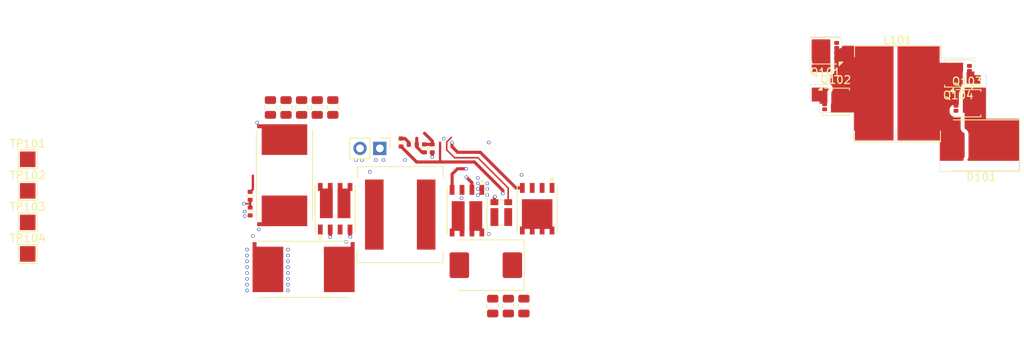
<source format=kicad_pcb>
(kicad_pcb (version 20240108) (generator "pcbnew") (generator_version "8.0")
  (layers (0 "F.Cu" signal) (31 "B.Cu" signal) (34 "B.Paste" user) (35 "F.Paste" user) (36 "B.SilkS" user "B.Silkscreen") (37 "F.SilkS" user "F.Silkscreen") (38 "B.Mask" user) (39 "F.Mask" user) (44 "Edge.Cuts" user))
  (net 0 "")
  (net 1 "Net-(Q102-D)")
  (net 2 "Net-(Q101-G)")
  (net 3 "/R|")
  (net 4 "Net-(Q102-G)")
  (net 5 "/R_")
  (net 6 "Net-(Q103-G)")
  (net 7 "/SHUNT")
  (net 8 "Net-(Q104-G)")
  (net 9 "/GND")
  (net 10 "Net-(D101-A)")
  (footprint "personal:VSON-8_3.3x3.3mm_P0.65mm_NexFET_not_very_fucking_stupid_as_original" (layer "F.Cu") (at 260.54 31.6)
    (property "Reference" "Q103" (at 0 -2.8 0) (layer "F.SilkS"))
    (property "Value" "ISZ0702NLSATMA1 ")
    (fp_line (start -1.75 1.5) (end -1.75 1.76) (stroke (width 0.12)) (layer "F.SilkS"))
    (fp_line (start -1.75 1.76) (end 1.75 1.76) (stroke (width 0.12)) (layer "F.SilkS"))
    (fp_line (start -1.43 -1.74) (end 1.75 -1.74) (stroke (width 0.12)) (layer "F.SilkS"))
    (fp_line (start 1.75 -1.74) (end 1.75 -1.48) (stroke (width 0.12)) (layer "F.SilkS"))
    (fp_line (start 1.75 1.5) (end 1.75 1.76) (stroke (width 0.12)) (layer "F.SilkS"))
    (fp_poly (pts (xy -1.75 -1.48) (xy -2.23 -1.48) (xy -1.75 -1.96) (xy -1.75 -1.48)) (stroke (width 0.12)) (fill solid) (layer "F.SilkS"))
    (pad "1" smd roundrect (at -1.44 -0.97) (size 0.63 0.5) (layers "F.Cu" "F.Paste" "F.Mask") (net 10 "Net-(D101-A)"))
    (pad "2" smd roundrect (at -1.44 -0.33) (size 0.63 0.5) (layers "F.Cu" "F.Paste" "F.Mask") (net 10 "Net-(D101-A)"))
    (pad "3" smd roundrect (at -1.44 0.33) (size 0.63 0.5) (layers "F.Cu" "F.Paste" "F.Mask") (net 10 "Net-(D101-A)"))
    (pad "4" smd roundrect (at -1.44 0.97) (size 0.63 0.5) (layers "F.Cu" "F.Paste" "F.Mask") (net 6 "Net-(Q103-G)"))
    (pad "5" smd custom (at 0.385 0) (size 1.9 2.45) (layers "F.Cu" "F.Mask") (net 7 "/SHUNT") (options (clearance outline) (anchor rect)) (primitives (gr_poly (pts (xy 1.371 -0.72) (xy 0.95 -0.72) (xy 0.95 -0.58) (xy 1.37 -0.58) (xy 1.37 -0.08) (xy 0.95 -0.08) (xy 0.95 0.08) (xy 1.37 0.08) (xy 1.37 0.58) (xy 0.95 0.58) (xy 0.95 0.72) (xy 1.37 0.72) (xy 1.37 1.225) (xy -0.95 1.225) (xy -0.95 -1.225) (xy 1.371 -1.225)) (width 0) (fill yes))))
  )
  (footprint "Resistor_SMD:R_0402_1005Metric" (layer "F.Cu") (at 191.95 37.4 90)
    (property "Reference" "R405" (hide yes))
    (property "Value" "215k")
    (fp_line (start -0.153641 -0.38) (end 0.153641 -0.38) (stroke (width 0.12)) (layer "F.SilkS"))
    (fp_line (start -0.153641 0.38) (end 0.153641 0.38) (stroke (width 0.12)) (layer "F.SilkS"))
    (pad "1" smd roundrect (at -0.51 0 90) (size 0.54 0.64) (layers "F.Cu" "F.Paste" "F.Mask"))
    (pad "2" smd roundrect (at 0.51 0 90) (size 0.54 0.64) (layers "F.Cu" "F.Paste" "F.Mask"))
  )
  (footprint "personal:VSON-8_3.3x3.3mm_P0.65mm_NexFET_not_very_fucking_stupid_as_original" (layer "F.Cu") (at 242.36 24.83 180)
    (property "Reference" "Q101" (at 0 -2.8 180) (layer "F.SilkS"))
    (property "Value" "ISZ0702NLSATMA1 ")
    (fp_line (start 1.75 1.5) (end 1.75 1.76) (stroke (width 0.12)) (layer "F.SilkS"))
    (fp_line (start 1.75 -1.74) (end 1.75 -1.48) (stroke (width 0.12)) (layer "F.SilkS"))
    (fp_line (start -1.43 -1.74) (end 1.75 -1.74) (stroke (width 0.12)) (layer "F.SilkS"))
    (fp_line (start -1.75 1.76) (end 1.75 1.76) (stroke (width 0.12)) (layer "F.SilkS"))
    (fp_line (start -1.75 1.5) (end -1.75 1.76) (stroke (width 0.12)) (layer "F.SilkS"))
    (fp_poly (pts (xy -1.75 -1.48) (xy -2.23 -1.48) (xy -1.75 -1.96) (xy -1.75 -1.48)) (stroke (width 0.12)) (fill solid) (layer "F.SilkS"))
    (pad "1" smd roundrect (at -1.44 -0.97 180) (size 0.63 0.5) (layers "F.Cu" "F.Paste" "F.Mask") (net 1 "Net-(Q102-D)"))
    (pad "2" smd roundrect (at -1.44 -0.33 180) (size 0.63 0.5) (layers "F.Cu" "F.Paste" "F.Mask") (net 1 "Net-(Q102-D)"))
    (pad "3" smd roundrect (at -1.44 0.33 180) (size 0.63 0.5) (layers "F.Cu" "F.Paste" "F.Mask") (net 1 "Net-(Q102-D)"))
    (pad "4" smd roundrect (at -1.44 0.97 180) (size 0.63 0.5) (layers "F.Cu" "F.Paste" "F.Mask") (net 2 "Net-(Q101-G)"))
    (pad "5" smd custom (at 0.385 0 180) (size 1.9 2.45) (layers "F.Cu" "F.Mask") (net 3 "/R|") (options (clearance outline) (anchor rect)) (primitives (gr_poly (pts (xy 1.371 -0.72) (xy 0.95 -0.72) (xy 0.95 -0.58) (xy 1.37 -0.58) (xy 1.37 -0.08) (xy 0.95 -0.08) (xy 0.95 0.08) (xy 1.37 0.08) (xy 1.37 0.58) (xy 0.95 0.58) (xy 0.95 0.72) (xy 1.37 0.72) (xy 1.37 1.225) (xy -0.95 1.225) (xy -0.95 -1.225) (xy 1.371 -1.225)) (width 0) (fill yes))))
  )
  (footprint "Capacitor_SMD:C_0805_2012Metric" (layer "F.Cu") (at 171.2 32.15 90)
    (property "Reference" "C407" (hide yes))
    (property "Value" "10u")
    (fp_line (start -0.261252 -0.735) (end 0.261252 -0.735) (stroke (width 0.12)) (layer "F.SilkS"))
    (fp_line (start -0.261252 0.735) (end 0.261252 0.735) (stroke (width 0.12)) (layer "F.SilkS"))
    (pad "1" smd roundrect (at -0.95 0 90) (size 1 1.45) (layers "F.Cu" "F.Paste" "F.Mask"))
    (pad "2" smd roundrect (at 0.95 0 90) (size 1 1.45) (layers "F.Cu" "F.Paste" "F.Mask"))
  )
  (footprint "Diode_SMD:D_SMC" (layer "F.Cu") (at 198.82 52.4 180)
    (property "Reference" "D401" (hide yes))
    (property "Value" "MBRS360")
    (fp_line (start -4.91 3.25) (end 3.6 3.25) (stroke (width 0.12)) (layer "F.SilkS"))
    (fp_line (start -4.91 3.25) (end -4.91 -3.25) (stroke (width 0.12)) (layer "F.SilkS"))
    (fp_line (start -4.91 -3.25) (end 3.6 -3.25) (stroke (width 0.12)) (layer "F.SilkS"))
    (pad "1" smd roundrect (at -3.4 0 270) (size 3.3 2.5) (layers "F.Cu" "F.Paste" "F.Mask") (roundrect_rratio 0.1))
    (pad "2" smd roundrect (at 3.4 0 270) (size 3.3 2.5) (layers "F.Cu" "F.Paste" "F.Mask") (roundrect_rratio 0.1))
  )
  (footprint "TestPoint:TestPoint_Pad_2.0x2.0mm" (layer "F.Cu") (at 140.08 46.905)
    (property "Reference" "TP103" (at 0 -1.998 0) (layer "F.SilkS"))
    (property "Value" "TestPoint")
    (fp_line (start -1.2 -1.2) (end 1.2 -1.2) (stroke (width 0.12)) (layer "F.SilkS"))
    (fp_line (start -1.2 1.2) (end -1.2 -1.2) (stroke (width 0.12)) (layer "F.SilkS"))
    (fp_line (start 1.2 -1.2) (end 1.2 1.2) (stroke (width 0.12)) (layer "F.SilkS"))
    (fp_line (start 1.2 1.2) (end -1.2 1.2) (stroke (width 0.12)) (layer "F.SilkS"))
    (pad "1" smd rect (at 0 0) (size 2 2) (layers "F.Cu" "F.Mask") (net 8 "Net-(Q104-G)"))
  )
  (footprint "Capacitor_SMD:C_0805_2012Metric" (layer "F.Cu") (at 201.7 57.65 -90)
    (property "Reference" "C410" (hide yes))
    (property "Value" "10u")
    (fp_line (start -0.261252 0.735) (end 0.261252 0.735) (stroke (width 0.12)) (layer "F.SilkS"))
    (fp_line (start -0.261252 -0.735) (end 0.261252 -0.735) (stroke (width 0.12)) (layer "F.SilkS"))
    (pad "1" smd roundrect (at -0.95 0 270) (size 1 1.45) (layers "F.Cu" "F.Paste" "F.Mask"))
    (pad "2" smd roundrect (at 0.95 0 270) (size 1 1.45) (layers "F.Cu" "F.Paste" "F.Mask"))
  )
  (footprint "TestPoint:TestPoint_Pad_2.0x2.0mm" (layer "F.Cu") (at 140.08 42.855)
    (property "Reference" "TP102" (at 0 -1.998 0) (layer "F.SilkS"))
    (property "Value" "TestPoint")
    (fp_line (start -1.2 -1.2) (end 1.2 -1.2) (stroke (width 0.12)) (layer "F.SilkS"))
    (fp_line (start -1.2 1.2) (end -1.2 -1.2) (stroke (width 0.12)) (layer "F.SilkS"))
    (fp_line (start 1.2 -1.2) (end 1.2 1.2) (stroke (width 0.12)) (layer "F.SilkS"))
    (fp_line (start 1.2 1.2) (end -1.2 1.2) (stroke (width 0.12)) (layer "F.SilkS"))
    (pad "1" smd rect (at 0 0) (size 2 2) (layers "F.Cu" "F.Mask") (net 4 "Net-(Q102-G)"))
  )
  (footprint "Package_SO:PowerPAK_SO-8_Dual" (layer "F.Cu") (at 196.4 45.4 -90)
    (property "Reference" "Q402" (hide yes))
    (property "Value" "Si7252DP")
    (fp_line (start -2.945 2.57) (end 2.945 2.57) (stroke (width 0.12)) (layer "F.SilkS"))
    (fp_line (start -2.945 -2.57) (end 2.945 -2.57) (stroke (width 0.12)) (layer "F.SilkS"))
    (fp_poly (pts (xy -3.575 -1.911892) (xy -3.905 -2.151892) (xy -3.905 -1.671892) (xy -3.575 -1.911892)) (stroke (width 0.12)) (fill solid) (layer "F.SilkS"))
    (pad "1" smd rect (at -2.67 -1.905 270) (size 1.27 0.61) (layers "F.Cu" "F.Paste" "F.Mask"))
    (pad "2" smd rect (at -2.67 -0.635 270) (size 1.27 0.61) (layers "F.Cu" "F.Paste" "F.Mask"))
    (pad "3" smd rect (at -2.67 0.635 270) (size 1.27 0.61) (layers "F.Cu" "F.Paste" "F.Mask"))
    (pad "4" smd rect (at -2.67 1.905 270) (size 1.27 0.61) (layers "F.Cu" "F.Paste" "F.Mask"))
    (pad "5" smd rect (at 0.69 -1.13 270) (size 3.81 1.65) (layers "F.Cu" "F.Paste" "F.Mask"))
    (pad "5" smd rect (at 2.795 -1.905 270) (size 1.02 0.61) (layers "F.Cu" "F.Paste" "F.Mask"))
    (pad "5" smd rect (at 2.795 -0.635 270) (size 1.02 0.61) (layers "F.Cu" "F.Paste" "F.Mask"))
    (pad "6" smd rect (at 0.69 1.13 270) (size 3.81 1.65) (layers "F.Cu" "F.Paste" "F.Mask"))
    (pad "6" smd rect (at 2.795 0.635 270) (size 1.02 0.61) (layers "F.Cu" "F.Paste" "F.Mask"))
    (pad "6" smd rect (at 2.795 1.905 270) (size 1.02 0.61) (layers "F.Cu" "F.Paste" "F.Mask"))
  )
  (footprint "Capacitor_SMD:C_0805_2012Metric" (layer "F.Cu") (at 199.7 57.65 -90)
    (property "Reference" "C411" (hide yes))
    (property "Value" "10u")
    (fp_line (start -0.261252 0.735) (end 0.261252 0.735) (stroke (width 0.12)) (layer "F.SilkS"))
    (fp_line (start -0.261252 -0.735) (end 0.261252 -0.735) (stroke (width 0.12)) (layer "F.SilkS"))
    (pad "1" smd roundrect (at -0.95 0 270) (size 1 1.45) (layers "F.Cu" "F.Paste" "F.Mask"))
    (pad "2" smd roundrect (at 0.95 0 270) (size 1 1.45) (layers "F.Cu" "F.Paste" "F.Mask"))
  )
  (footprint "personal:VSON-8_3.3x3.3mm_P0.65mm_NexFET_not_very_fucking_stupid_as_original" (layer "F.Cu") (at 243.69 31.41)
    (property "Reference" "Q102" (at 0 -2.8 360) (layer "F.SilkS"))
    (property "Value" "ISZ0702NLSATMA1 ")
    (fp_line (start -1.75 1.5) (end -1.75 1.76) (stroke (width 0.12)) (layer "F.SilkS"))
    (fp_line (start -1.75 1.76) (end 1.75 1.76) (stroke (width 0.12)) (layer "F.SilkS"))
    (fp_line (start -1.43 -1.74) (end 1.75 -1.74) (stroke (width 0.12)) (layer "F.SilkS"))
    (fp_line (start 1.75 -1.74) (end 1.75 -1.48) (stroke (width 0.12)) (layer "F.SilkS"))
    (fp_line (start 1.75 1.5) (end 1.75 1.76) (stroke (width 0.12)) (layer "F.SilkS"))
    (fp_poly (pts (xy -1.75 -1.48) (xy -2.23 -1.48) (xy -1.75 -1.96) (xy -1.75 -1.48)) (stroke (width 0.12)) (fill solid) (layer "F.SilkS"))
    (pad "1" smd roundrect (at -1.44 -0.97) (size 0.63 0.5) (layers "F.Cu" "F.Paste" "F.Mask") (net 5 "/R_"))
    (pad "2" smd roundrect (at -1.44 -0.33) (size 0.63 0.5) (layers "F.Cu" "F.Paste" "F.Mask") (net 5 "/R_"))
    (pad "3" smd roundrect (at -1.44 0.33) (size 0.63 0.5) (layers "F.Cu" "F.Paste" "F.Mask") (net 5 "/R_"))
    (pad "4" smd roundrect (at -1.44 0.97) (size 0.63 0.5) (layers "F.Cu" "F.Paste" "F.Mask") (net 4 "Net-(Q102-G)"))
    (pad "5" smd custom (at 0.385 0) (size 1.9 2.45) (layers "F.Cu" "F.Mask") (net 1 "Net-(Q102-D)") (options (clearance outline) (anchor rect)) (primitives (gr_poly (pts (xy 1.371 -0.72) (xy 0.95 -0.72) (xy 0.95 -0.58) (xy 1.37 -0.58) (xy 1.37 -0.08) (xy 0.95 -0.08) (xy 0.95 0.08) (xy 1.37 0.08) (xy 1.37 0.58) (xy 0.95 0.58) (xy 0.95 0.72) (xy 1.37 0.72) (xy 1.37 1.225) (xy -0.95 1.225) (xy -0.95 -1.225) (xy 1.371 -1.225)) (width 0) (fill yes))))
  )
  (footprint "Inductor_SMD:L_Coilcraft_XAL1010-XXX" (layer "F.Cu") (at 187.8425 45.9)
    (property "Reference" "L402" (hide yes))
    (property "Value" "XAL1010-153MED")
    (fp_line (start -5.51 -6.16) (end -5.51 -4.76) (stroke (width 0.12)) (layer "F.SilkS"))
    (fp_line (start -5.51 -6.16) (end 5.51 -6.16) (stroke (width 0.12)) (layer "F.SilkS"))
    (fp_line (start -5.51 6.16) (end -5.51 4.76) (stroke (width 0.12)) (layer "F.SilkS"))
    (fp_line (start -5.51 6.16) (end 5.51 6.16) (stroke (width 0.12)) (layer "F.SilkS"))
    (fp_line (start 5.51 -6.16) (end 5.51 -4.76) (stroke (width 0.12)) (layer "F.SilkS"))
    (fp_line (start 5.51 6.16) (end 5.51 4.76) (stroke (width 0.12)) (layer "F.SilkS"))
    (pad "1" smd rect (at -3.325 0) (size 2.38 9) (layers "F.Cu" "F.Paste" "F.Mask"))
    (pad "2" smd rect (at 3.325 0) (size 2.38 9) (layers "F.Cu" "F.Paste" "F.Mask"))
  )
  (footprint "personal:R_Shunt_Vishay_WSR2_WSR3_KelvinConnection_4pins" (layer "F.Cu") (at 172.71 40.85 -90)
    (property "Reference" "R401" (hide yes))
    (property "Value" "8m")
    (fp_line (start -5.78 3.31) (end 5.78 3.31) (stroke (width 0.12)) (layer "F.SilkS"))
    (fp_line (start -5.78 -3.89) (end 5.78 -3.89) (stroke (width 0.12)) (layer "F.SilkS"))
    (pad "1" smd rect (at -4.575 -0.29 270) (size 3.94 5.84) (layers "F.Cu" "F.Paste" "F.Mask"))
    (pad "2" smd rect (at -6.29 2.91 270) (size 0.51 0.6) (layers "F.Cu" "F.Paste" "F.Mask") (clearance 0.01))
    (pad "3" smd rect (at 6.29 2.91 270) (size 0.51 0.6) (layers "F.Cu" "F.Paste" "F.Mask"))
    (pad "4" smd rect (at 4.575 -0.29 270) (size 3.94 5.84) (layers "F.Cu" "F.Paste" "F.Mask"))
  )
  (footprint "TestPoint:TestPoint_Pad_2.0x2.0mm" (layer "F.Cu") (at 140.08 38.805)
    (property "Reference" "TP101" (at 0 -1.998 0) (layer "F.SilkS"))
    (property "Value" "TestPoint")
    (fp_line (start -1.2 -1.2) (end 1.2 -1.2) (stroke (width 0.12)) (layer "F.SilkS"))
    (fp_line (start -1.2 1.2) (end -1.2 -1.2) (stroke (width 0.12)) (layer "F.SilkS"))
    (fp_line (start 1.2 -1.2) (end 1.2 1.2) (stroke (width 0.12)) (layer "F.SilkS"))
    (fp_line (start 1.2 1.2) (end -1.2 1.2) (stroke (width 0.12)) (layer "F.SilkS"))
    (pad "1" smd rect (at 0 0) (size 2 2) (layers "F.Cu" "F.Mask") (net 2 "Net-(Q101-G)"))
  )
  (footprint "Capacitor_SMD:C_0805_2012Metric" (layer "F.Cu") (at 177.2 32.15 90)
    (property "Reference" "C405" (hide yes))
    (property "Value" "10u")
    (fp_line (start -0.261252 -0.735) (end 0.261252 -0.735) (stroke (width 0.12)) (layer "F.SilkS"))
    (fp_line (start -0.261252 0.735) (end 0.261252 0.735) (stroke (width 0.12)) (layer "F.SilkS"))
    (pad "1" smd roundrect (at -0.95 0 90) (size 1 1.45) (layers "F.Cu" "F.Paste" "F.Mask"))
    (pad "2" smd roundrect (at 0.95 0 90) (size 1 1.45) (layers "F.Cu" "F.Paste" "F.Mask"))
  )
  (footprint "Diode_SMD:D_SMC" (layer "F.Cu") (at 262.355 37 180)
    (property "Reference" "D101" (at 0 -4.1 180) (layer "F.SilkS"))
    (property "Value" "MBRS360")
    (fp_line (start -4.91 3.25) (end 3.6 3.25) (stroke (width 0.12)) (layer "F.SilkS"))
    (fp_line (start -4.91 3.25) (end -4.91 -3.25) (stroke (width 0.12)) (layer "F.SilkS"))
    (fp_line (start -4.91 -3.25) (end 3.6 -3.25) (stroke (width 0.12)) (layer "F.SilkS"))
    (pad "1" smd roundrect (at -3.4 0 270) (size 3.3 2.5) (layers "F.Cu" "F.Paste" "F.Mask") (roundrect_rratio 0.1) (net 7 "/SHUNT"))
    (pad "2" smd roundrect (at 3.4 0 270) (size 3.3 2.5) (layers "F.Cu" "F.Paste" "F.Mask") (roundrect_rratio 0.1) (net 10 "Net-(D101-A)"))
  )
  (footprint "personal:R_Shunt_Vishay_WSR2_WSR3_KelvinConnection_4pins" (layer "F.Cu") (at 175.45 52.65 180)
    (property "Reference" "R402" (hide yes))
    (property "Value" "8m")
    (fp_line (start -5.78 3.31) (end 5.78 3.31) (stroke (width 0.12)) (layer "F.SilkS"))
    (fp_line (start -5.78 -3.89) (end 5.78 -3.89) (stroke (width 0.12)) (layer "F.SilkS"))
    (pad "1" smd rect (at -4.575 -0.29 180) (size 3.94 5.84) (layers "F.Cu" "F.Paste" "F.Mask"))
    (pad "2" smd rect (at -6.29 2.91 180) (size 0.51 0.6) (layers "F.Cu" "F.Paste" "F.Mask"))
    (pad "3" smd rect (at 6.29 2.91 180) (size 0.51 0.6) (layers "F.Cu" "F.Paste" "F.Mask"))
    (pad "4" smd rect (at 4.575 -0.29 180) (size 3.94 5.84) (layers "F.Cu" "F.Paste" "F.Mask"))
  )
  (footprint "Resistor_SMD:R_0402_1005Metric" (layer "F.Cu") (at 189.45 36.9)
    (property "Reference" "R412" (hide yes))
    (property "Value" "24k9")
    (fp_line (start -0.153641 -0.38) (end 0.153641 -0.38) (stroke (width 0.12)) (layer "F.SilkS"))
    (fp_line (start -0.153641 0.38) (end 0.153641 0.38) (stroke (width 0.12)) (layer "F.SilkS"))
    (pad "1" smd roundrect (at -0.51 0) (size 0.54 0.64) (layers "F.Cu" "F.Paste" "F.Mask"))
    (pad "2" smd roundrect (at 0.51 0) (size 0.54 0.64) (layers "F.Cu" "F.Paste" "F.Mask"))
  )
  (footprint "personal:VSON-8_3.3x3.3mm_P0.65mm_NexFET_not_very_fucking_stupid_as_original" (layer "F.Cu") (at 259.385 27.79 180)
    (property "Reference" "Q104" (at 0 -2.8 180) (layer "F.SilkS"))
    (property "Value" "ISZ0702NLSATMA1 ")
    (fp_line (start 1.75 1.5) (end 1.75 1.76) (stroke (width 0.12)) (layer "F.SilkS"))
    (fp_line (start 1.75 -1.74) (end 1.75 -1.48) (stroke (width 0.12)) (layer "F.SilkS"))
    (fp_line (start -1.43 -1.74) (end 1.75 -1.74) (stroke (width 0.12)) (layer "F.SilkS"))
    (fp_line (start -1.75 1.76) (end 1.75 1.76) (stroke (width 0.12)) (layer "F.SilkS"))
    (fp_line (start -1.75 1.5) (end -1.75 1.76) (stroke (width 0.12)) (layer "F.SilkS"))
    (fp_poly (pts (xy -1.75 -1.48) (xy -2.23 -1.48) (xy -1.75 -1.96) (xy -1.75 -1.48)) (stroke (width 0.12)) (fill solid) (layer "F.SilkS"))
    (pad "1" smd roundrect (at -1.44 -0.97 180) (size 0.63 0.5) (layers "F.Cu" "F.Paste" "F.Mask") (net 9 "/GND"))
    (pad "2" smd roundrect (at -1.44 -0.33 180) (size 0.63 0.5) (layers "F.Cu" "F.Paste" "F.Mask") (net 9 "/GND"))
    (pad "3" smd roundrect (at -1.44 0.33 180) (size 0.63 0.5) (layers "F.Cu" "F.Paste" "F.Mask") (net 9 "/GND"))
    (pad "4" smd roundrect (at -1.44 0.97 180) (size 0.63 0.5) (layers "F.Cu" "F.Paste" "F.Mask") (net 8 "Net-(Q104-G)"))
    (pad "5" smd custom (at 0.385 0 180) (size 1.9 2.45) (layers "F.Cu" "F.Mask") (net 10 "Net-(D101-A)") (options (clearance outline) (anchor rect)) (primitives (gr_poly (pts (xy 1.371 -0.72) (xy 0.95 -0.72) (xy 0.95 -0.58) (xy 1.37 -0.58) (xy 1.37 -0.08) (xy 0.95 -0.08) (xy 0.95 0.08) (xy 1.37 0.08) (xy 1.37 0.58) (xy 0.95 0.58) (xy 0.95 0.72) (xy 1.37 0.72) (xy 1.37 1.225) (xy -0.95 1.225) (xy -0.95 -1.225) (xy 1.371 -1.225)) (width 0) (fill yes))))
  )
  (footprint "Resistor_SMD:R_0402_1005Metric" (layer "F.Cu") (at 168.6 43.5 -90)
    (property "Reference" "R421" (hide yes))
    (property "Value" "10k")
    (fp_line (start -0.153641 0.38) (end 0.153641 0.38) (stroke (width 0.12)) (layer "F.SilkS"))
    (fp_line (start -0.153641 -0.38) (end 0.153641 -0.38) (stroke (width 0.12)) (layer "F.SilkS"))
    (pad "1" smd roundrect (at -0.51 0 270) (size 0.54 0.64) (layers "F.Cu" "F.Paste" "F.Mask"))
    (pad "2" smd roundrect (at 0.51 0 270) (size 0.54 0.64) (layers "F.Cu" "F.Paste" "F.Mask"))
  )
  (footprint "Capacitor_SMD:C_0805_2012Metric" (layer "F.Cu") (at 173.2 32.15 90)
    (property "Reference" "C406" (hide yes))
    (property "Value" "10u")
    (fp_line (start -0.261252 -0.735) (end 0.261252 -0.735) (stroke (width 0.12)) (layer "F.SilkS"))
    (fp_line (start -0.261252 0.735) (end 0.261252 0.735) (stroke (width 0.12)) (layer "F.SilkS"))
    (pad "1" smd roundrect (at -0.95 0 90) (size 1 1.45) (layers "F.Cu" "F.Paste" "F.Mask"))
    (pad "2" smd roundrect (at 0.95 0 90) (size 1 1.45) (layers "F.Cu" "F.Paste" "F.Mask"))
  )
  (footprint "Capacitor_SMD:C_0805_2012Metric" (layer "F.Cu") (at 179.2 32.15 90)
    (property "Reference" "C408" (hide yes))
    (property "Value" "10u")
    (fp_line (start -0.261252 -0.735) (end 0.261252 -0.735) (stroke (width 0.12)) (layer "F.SilkS"))
    (fp_line (start -0.261252 0.735) (end 0.261252 0.735) (stroke (width 0.12)) (layer "F.SilkS"))
    (pad "1" smd roundrect (at -0.95 0 90) (size 1 1.45) (layers "F.Cu" "F.Paste" "F.Mask"))
    (pad "2" smd roundrect (at 0.95 0 90) (size 1 1.45) (layers "F.Cu" "F.Paste" "F.Mask"))
  )
  (footprint "Connector_PinHeader_2.54mm:PinHeader_1x02_P2.54mm_Vertical" (layer "F.Cu") (at 185.225 37.4 -90)
    (property "Reference" "J403" (hide yes))
    (property "Value" "Conn_NTC")
    (fp_line (start -1.33 3.87) (end 1.33 3.87) (stroke (width 0.12)) (layer "F.SilkS"))
    (fp_line (start -1.33 1.27) (end -1.33 3.87) (stroke (width 0.12)) (layer "F.SilkS"))
    (fp_line (start -1.33 1.27) (end 1.33 1.27) (stroke (width 0.12)) (layer "F.SilkS"))
    (fp_line (start 1.33 1.27) (end 1.33 3.87) (stroke (width 0.12)) (layer "F.SilkS"))
    (fp_line (start -1.33 0) (end -1.33 -1.33) (stroke (width 0.12)) (layer "F.SilkS"))
    (fp_line (start -1.33 -1.33) (end 0 -1.33) (stroke (width 0.12)) (layer "F.SilkS"))
    (pad "1" thru_hole rect (at 0 0 270) (size 1.7 1.7) (drill 1) (layers "*.Cu" "*.Mask"))
    (pad "2" thru_hole oval (at 0 2.54 270) (size 1.7 1.7) (drill 1) (layers "*.Cu" "*.Mask"))
  )
  (footprint "Resistor_SMD:R_0402_1005Metric" (layer "F.Cu") (at 168.6 45.5 90)
    (property "Reference" "R418" (hide yes))
    (property "Value" "1k")
    (fp_line (start -0.153641 -0.38) (end 0.153641 -0.38) (stroke (width 0.12)) (layer "F.SilkS"))
    (fp_line (start -0.153641 0.38) (end 0.153641 0.38) (stroke (width 0.12)) (layer "F.SilkS"))
    (pad "1" smd roundrect (at -0.51 0 90) (size 0.54 0.64) (layers "F.Cu" "F.Paste" "F.Mask"))
    (pad "2" smd roundrect (at 0.51 0 90) (size 0.54 0.64) (layers "F.Cu" "F.Paste" "F.Mask"))
  )
  (footprint "Resistor_SMD:R_0402_1005Metric" (layer "F.Cu") (at 190.95 37.4 -90)
    (property "Reference" "R411" (hide yes))
    (property "Value" "24k9")
    (fp_line (start -0.153641 0.38) (end 0.153641 0.38) (stroke (width 0.12)) (layer "F.SilkS"))
    (fp_line (start -0.153641 -0.38) (end 0.153641 -0.38) (stroke (width 0.12)) (layer "F.SilkS"))
    (pad "1" smd roundrect (at -0.51 0 270) (size 0.54 0.64) (layers "F.Cu" "F.Paste" "F.Mask"))
    (pad "2" smd roundrect (at 0.51 0 270) (size 0.54 0.64) (layers "F.Cu" "F.Paste" "F.Mask"))
  )
  (footprint "Package_SO:PowerPAK_SO-8_Single" (layer "F.Cu") (at 205.4 45.15 -90)
    (property "Reference" "Q403" (hide yes))
    (property "Value" "Si7461DP")
    (fp_line (start -2.945 2.57) (end 2.945 2.57) (stroke (width 0.12)) (layer "F.SilkS"))
    (fp_line (start -2.945 -2.57) (end 2.945 -2.57) (stroke (width 0.12)) (layer "F.SilkS"))
    (fp_poly (pts (xy -3.575 -1.925) (xy -3.905 -2.165) (xy -3.905 -1.685) (xy -3.575 -1.925)) (stroke (width 0.12)) (fill solid) (layer "F.SilkS"))
    (pad "1" smd rect (at -2.67 -1.905 270) (size 1.27 0.61) (layers "F.Cu" "F.Paste" "F.Mask"))
    (pad "2" smd rect (at -2.67 -0.635 270) (size 1.27 0.61) (layers "F.Cu" "F.Paste" "F.Mask"))
    (pad "3" smd rect (at -2.67 0.635 270) (size 1.27 0.61) (layers "F.Cu" "F.Paste" "F.Mask"))
    (pad "4" smd rect (at -2.67 1.905 270) (size 1.27 0.61) (layers "F.Cu" "F.Paste" "F.Mask"))
    (pad "5" smd rect (at 0.69 0 270) (size 3.81 3.91) (layers "F.Cu" "F.Paste" "F.Mask"))
    (pad "5" smd rect (at 2.795 -1.905 270) (size 1.02 0.61) (layers "F.Cu" "F.Paste" "F.Mask"))
    (pad "5" smd rect (at 2.795 -0.635 270) (size 1.02 0.61) (layers "F.Cu" "F.Paste" "F.Mask"))
    (pad "5" smd rect (at 2.795 0.635 270) (size 1.02 0.61) (layers "F.Cu" "F.Paste" "F.Mask"))
    (pad "5" smd rect (at 2.795 1.905 270) (size 1.02 0.61) (layers "F.Cu" "F.Paste" "F.Mask"))
  )
  (footprint "Inductor_SMD:L_Coilcraft_XAL1010-XXX" (layer "F.Cu") (at 251.6 30.4)
    (property "Reference" "L101" (at 0 -6.9 0) (layer "F.SilkS"))
    (property "Value" "XAL1010-153MED")
    (fp_line (start -5.51 -6.16) (end -5.51 -4.76) (stroke (width 0.12)) (layer "F.SilkS"))
    (fp_line (start -5.51 -6.16) (end 5.51 -6.16) (stroke (width 0.12)) (layer "F.SilkS"))
    (fp_line (start -5.51 6.16) (end -5.51 4.76) (stroke (width 0.12)) (layer "F.SilkS"))
    (fp_line (start -5.51 6.16) (end 5.51 6.16) (stroke (width 0.12)) (layer "F.SilkS"))
    (fp_line (start 5.51 -6.16) (end 5.51 -4.76) (stroke (width 0.12)) (layer "F.SilkS"))
    (fp_line (start 5.51 6.16) (end 5.51 4.76) (stroke (width 0.12)) (layer "F.SilkS"))
    (pad "1" smd rect (at -3.325 0) (size 2.38 9) (layers "F.Cu" "F.Paste" "F.Mask") (net 1 "Net-(Q102-D)"))
    (pad "2" smd rect (at 3.325 0) (size 2.38 9) (layers "F.Cu" "F.Paste" "F.Mask") (net 10 "Net-(D101-A)"))
  )
  (footprint "Capacitor_SMD:C_0805_2012Metric" (layer "F.Cu") (at 203.7 57.65 -90)
    (property "Reference" "C409" (hide yes))
    (property "Value" "10u")
    (fp_line (start -0.261252 0.735) (end 0.261252 0.735) (stroke (width 0.12)) (layer "F.SilkS"))
    (fp_line (start -0.261252 -0.735) (end 0.261252 -0.735) (stroke (width 0.12)) (layer "F.SilkS"))
    (pad "1" smd roundrect (at -0.95 0 270) (size 1 1.45) (layers "F.Cu" "F.Paste" "F.Mask"))
    (pad "2" smd roundrect (at 0.95 0 270) (size 1 1.45) (layers "F.Cu" "F.Paste" "F.Mask"))
  )
  (footprint "Resistor_SMD:R_0402_1005Metric" (layer "F.Cu") (at 187.95 36.65 90)
    (property "Reference" "R406" (hide yes))
    (property "Value" "215k")
    (fp_line (start -0.153641 -0.38) (end 0.153641 -0.38) (stroke (width 0.12)) (layer "F.SilkS"))
    (fp_line (start -0.153641 0.38) (end 0.153641 0.38) (stroke (width 0.12)) (layer "F.SilkS"))
    (pad "1" smd roundrect (at -0.51 0 90) (size 0.54 0.64) (layers "F.Cu" "F.Paste" "F.Mask"))
    (pad "2" smd roundrect (at 0.51 0 90) (size 0.54 0.64) (layers "F.Cu" "F.Paste" "F.Mask"))
  )
  (footprint "Package_SO:PowerPAK_SO-8_Dual" (layer "F.Cu") (at 179.5 45.15 90)
    (property "Reference" "Q401" (hide yes))
    (property "Value" "Si7252DP")
    (fp_line (start -2.945 -2.57) (end 2.945 -2.57) (stroke (width 0.12)) (layer "F.SilkS"))
    (fp_line (start -2.945 2.57) (end 2.945 2.57) (stroke (width 0.12)) (layer "F.SilkS"))
    (fp_poly (pts (xy -3.575 -1.911892) (xy -3.905 -2.151892) (xy -3.905 -1.671892) (xy -3.575 -1.911892)) (stroke (width 0.12)) (fill solid) (layer "F.SilkS"))
    (pad "1" smd rect (at -2.67 -1.905 90) (size 1.27 0.61) (layers "F.Cu" "F.Paste" "F.Mask"))
    (pad "2" smd rect (at -2.67 -0.635 90) (size 1.27 0.61) (layers "F.Cu" "F.Paste" "F.Mask"))
    (pad "3" smd rect (at -2.67 0.635 90) (size 1.27 0.61) (layers "F.Cu" "F.Paste" "F.Mask"))
    (pad "4" smd rect (at -2.67 1.905 90) (size 1.27 0.61) (layers "F.Cu" "F.Paste" "F.Mask"))
    (pad "5" smd rect (at 0.69 -1.13 90) (size 3.81 1.65) (layers "F.Cu" "F.Paste" "F.Mask"))
    (pad "5" smd rect (at 2.795 -1.905 90) (size 1.02 0.61) (layers "F.Cu" "F.Paste" "F.Mask"))
    (pad "5" smd rect (at 2.795 -0.635 90) (size 1.02 0.61) (layers "F.Cu" "F.Paste" "F.Mask"))
    (pad "6" smd rect (at 0.69 1.13 90) (size 3.81 1.65) (layers "F.Cu" "F.Paste" "F.Mask"))
    (pad "6" smd rect (at 2.795 0.635 90) (size 1.02 0.61) (layers "F.Cu" "F.Paste" "F.Mask"))
    (pad "6" smd rect (at 2.795 1.905 90) (size 1.02 0.61) (layers "F.Cu" "F.Paste" "F.Mask"))
  )
  (footprint "Capacitor_SMD:C_0805_2012Metric" (layer "F.Cu") (at 175.2 32.15 90)
    (property "Reference" "C404" (hide yes))
    (property "Value" "10u")
    (fp_line (start -0.261252 -0.735) (end 0.261252 -0.735) (stroke (width 0.12)) (layer "F.SilkS"))
    (fp_line (start -0.261252 0.735) (end 0.261252 0.735) (stroke (width 0.12)) (layer "F.SilkS"))
    (pad "1" smd roundrect (at -0.95 0 90) (size 1 1.45) (layers "F.Cu" "F.Paste" "F.Mask"))
    (pad "2" smd roundrect (at 0.95 0 90) (size 1 1.45) (layers "F.Cu" "F.Paste" "F.Mask"))
  )
  (footprint "TestPoint:TestPoint_Pad_2.0x2.0mm" (layer "F.Cu") (at 140.08 50.955)
    (property "Reference" "TP104" (at 0 -1.998 0) (layer "F.SilkS"))
    (property "Value" "TestPoint")
    (fp_line (start -1.2 -1.2) (end 1.2 -1.2) (stroke (width 0.12)) (layer "F.SilkS"))
    (fp_line (start -1.2 1.2) (end -1.2 -1.2) (stroke (width 0.12)) (layer "F.SilkS"))
    (fp_line (start 1.2 -1.2) (end 1.2 1.2) (stroke (width 0.12)) (layer "F.SilkS"))
    (fp_line (start 1.2 1.2) (end -1.2 1.2) (stroke (width 0.12)) (layer "F.SilkS"))
    (pad "1" smd rect (at 0 0) (size 2 2) (layers "F.Cu" "F.Mask") (net 6 "Net-(Q103-G)"))
  )
  (footprint "Resistor_SMD:R_Shunt_Vishay_WSKW0612" (layer "F.Cu") (at 200.8 45.65 90)
    (property "Reference" "R407" (hide yes))
    (property "Value" "2m")
    (fp_line (start 0.65 -0.85) (end 0.875 -0.85) (stroke (width 0.12)) (layer "F.SilkS"))
    (fp_line (start 1.625 0.3) (end 1.625 -0.3) (stroke (width 0.12)) (layer "F.SilkS"))
    (fp_line (start -1.625 0.3) (end -1.625 -0.3) (stroke (width 0.12)) (layer "F.SilkS"))
    (fp_line (start 0.65 0.85) (end 0.875 0.85) (stroke (width 0.12)) (layer "F.SilkS"))
    (pad "1" smd rect (at -0.572 -0.885 90) (size 2.287 1.01) (layers "F.Cu" "F.Paste" "F.Mask"))
    (pad "2" smd rect (at 1.334 -0.885 90) (size 0.762 1.01) (layers "F.Cu" "F.Paste" "F.Mask"))
    (pad "3" smd rect (at 1.334 0.885 90) (size 0.762 1.01) (layers "F.Cu" "F.Paste" "F.Mask"))
    (pad "4" smd rect (at -0.5715 0.885 90) (size 2.287 1.01) (layers "F.Cu" "F.Paste" "F.Mask"))
  )
  (gr_line (start 257 40.4) (end 267.2 40.4) (stroke (width 0.05)) (layer "Edge.Cuts"))
  (gr_line (start 262.9575 33.6) (end 262.9575 28) (stroke (width 0.05)) (layer "Edge.Cuts"))
  (gr_line (start 240.4 27.6) (end 240.4 23.2) (stroke (width 0.05)) (layer "Edge.Cuts"))
  (gr_line (start 246 32.8) (end 246 36.4) (stroke (width 0.05)) (layer "Edge.Cuts"))
  (gr_line (start 262.9575 28) (end 261.475 28) (stroke (width 0.05)) (layer "Edge.Cuts"))
  (gr_line (start 242.875 29.2) (end 240.4 29.2) (stroke (width 0.05)) (layer "Edge.Cuts"))
  (gr_line (start 241.6 32.8) (end 246 32.8) (stroke (width 0.05)) (layer "Edge.Cuts"))
  (gr_line (start 257 36.4) (end 257 40.4) (stroke (width 0.05)) (layer "Edge.Cuts"))
  (gr_line (start 240.4 31.4) (end 241.6 31.4) (stroke (width 0.05)) (layer "Edge.Cuts"))
  (gr_line (start 246 36.4) (end 257 36.4) (stroke (width 0.05)) (layer "Edge.Cuts"))
  (gr_line (start 261.475 25.8) (end 257.2 25.8) (stroke (width 0.05)) (layer "Edge.Cuts"))
  (gr_line (start 257.2 25.8) (end 257.2 24.2) (stroke (width 0.05)) (layer "Edge.Cuts"))
  (gr_line (start 261.475 28) (end 261.475 25.8) (stroke (width 0.05)) (layer "Edge.Cuts"))
  (gr_line (start 242.875 27.6) (end 240.4 27.6) (stroke (width 0.05)) (layer "Edge.Cuts"))
  (gr_line (start 244.4 23.2) (end 244.4 24.2) (stroke (width 0.05)) (layer "Edge.Cuts"))
  (gr_line (start 244.4 24.2) (end 257.2 24.2) (stroke (width 0.05)) (layer "Edge.Cuts"))
  (gr_line (start 267.2 40.4) (end 267.2 33.6) (stroke (width 0.05)) (layer "Edge.Cuts"))
  (gr_line (start 241.6 31.4) (end 241.6 32.8) (stroke (width 0.05)) (layer "Edge.Cuts"))
  (gr_line (start 240.4 29.2) (end 240.4 31.4) (stroke (width 0.05)) (layer "Edge.Cuts"))
  (gr_line (start 242.875 29.2) (end 242.875 27.6) (stroke (width 0.05)) (layer "Edge.Cuts"))
  (gr_line (start 240.4 23.2) (end 244.4 23.2) (stroke (width 0.05)) (layer "Edge.Cuts"))
  (gr_line (start 267.2 33.6) (end 262.9575 33.6) (stroke (width 0.05)) (layer "Edge.Cuts"))
  (segment (start 168.6 42.99) (end 168.95 42.64) (width 0.3) (layer "F.Cu") (net 0))
  (segment (start 197.35 39.15) (end 189.94 39.15) (width 0.4) (layer "F.Cu") (net 0))
  (segment (start 194.4 35.982537) (end 193.8 36.582537) (width 0.2) (layer "F.Cu") (net 0))
  (segment (start 189.96 36.9) (end 189.96 37.219999) (width 0.4) (layer "F.Cu") (net 0))
  (segment (start 190.95 36.89) (end 191.95 36.89) (width 0.4) (layer "F.Cu") (net 0))
  (segment (start 196.325 41.1) (end 197.035 41.81) (width 0.4) (layer "F.Cu") (net 0))
  (segment (start 191.95 36.452893) (end 190.955 35.457893) (width 0.4) (layer "F.Cu") (net 0))
  (segment (start 188.94 36.63) (end 188.94 36.9) (width 0.4) (layer "F.Cu") (net 0))
  (segment (start 168.95 42.64) (end 168.95 40.9) (width 0.3) (layer "F.Cu") (net 0))
  (segment (start 168.6 44.4) (end 168.6 43.9) (width 0.2) (layer "F.Cu") (net 0))
  (segment (start 188.45 36.14) (end 188.5125 36.0775) (width 0.2) (layer "F.Cu") (net 0))
  (segment (start 192.95 39.15) (end 192.95 36.675075) (width 0.3) (layer "F.Cu") (net 0))
  (segment (start 201.685 42.485) (end 201.685 44.316) (width 0.2) (layer "F.Cu") (net 0))
  (segment (start 199.915 43.685) (end 199.915 44.316) (width 0.4) (layer "F.Cu") (net 0))
  (segment (start 190.650001 37.91) (end 190.95 37.91) (width 0.4) (layer "F.Cu") (net 0))
  (segment (start 198.1 37.9) (end 195.2 37.9) (width 0.4) (layer "F.Cu") (net 0))
  (segment (start 197.8 38.6) (end 201.685 42.485) (width 0.2) (layer "F.Cu") (net 0))
  (segment (start 203.495 42.48) (end 202.68 42.48) (width 0.4) (layer "F.Cu") (net 0))
  (segment (start 201 42.8) (end 197.35 39.15) (width 0.4) (layer "F.Cu") (net 0))
  (segment (start 185.225 37.4) (end 185.576886 37.4) (width 0.2) (layer "F.Cu") (net 0))
  (segment (start 168.6 44.01) (end 168.6 44.99) (width 0.3) (layer "F.Cu") (net 0))
  (segment (start 188.45 36.14) (end 187.95 36.14) (width 0.4) (layer "F.Cu") (net 0))
  (segment (start 201 43.2) (end 201 42.8) (width 0.4) (layer "F.Cu") (net 0))
  (segment (start 168.5 44.5) (end 168.6 44.4) (width 0.2) (layer "F.Cu") (net 0))
  (segment (start 189.96 37.219999) (end 190.650001 37.91) (width 0.4) (layer "F.Cu") (net 0))
  (segment (start 191.95 36.89) (end 191.95 36.452893) (width 0.4) (layer "F.Cu") (net 0))
  (segment (start 189.96 36.9) (end 189.96 36.0975) (width 0.4) (layer "F.Cu") (net 0))
  (segment (start 193.8 36.582537) (end 193.8 37.6) (width 0.2) (layer "F.Cu") (net 0))
  (segment (start 194.8 38.6) (end 197.8 38.6) (width 0.2) (layer "F.Cu") (net 0))
  (segment (start 195.2 37.9) (end 194.475 37.175) (width 0.4) (layer "F.Cu") (net 0))
  (segment (start 202.68 42.48) (end 198.1 37.9) (width 0.4) (layer "F.Cu") (net 0))
  (segment (start 197.035 41.81) (end 197.035 42.73) (width 0.4) (layer "F.Cu") (net 0))
  (segment (start 194.475 37.175) (end 194.475 36.65) (width 0.4) (layer "F.Cu") (net 0))
  (segment (start 188.45 36.14) (end 188.94 36.63) (width 0.4) (layer "F.Cu") (net 0))
  (segment (start 189.94 39.15) (end 187.95 37.16) (width 0.4) (layer "F.Cu") (net 0))
  (segment (start 191.95 37.91) (end 191.95 38.525) (width 0.4) (layer "F.Cu") (net 0))
  (segment (start 167.8 44.5) (end 168.5 44.5) (width 0.2) (layer "F.Cu") (net 0))
  (segment (start 199.990379 43.609621) (end 199.915 43.685) (width 0.4) (layer "F.Cu") (net 0))
  (segment (start 193.8 37.6) (end 194.8 38.6) (width 0.2) (layer "F.Cu") (net 0))
  (via (at 199.990379 43.609621) (size 0.45) (drill 0.3) (layers "F.Cu" "B.Cu") (net 0))
  (via (at 182.95 38.9) (size 0.45) (drill 0.3) (layers "F.Cu" "B.Cu") (net 0))
  (via (at 182.2 38.9) (size 0.45) (drill 0.3) (layers "F.Cu" "B.Cu") (net 0))
  (via (at 173.45 51.9) (size 0.45) (drill 0.3) (layers "F.Cu" "B.Cu") (net 0))
  (via (at 188.45 38.9) (size 0.45) (drill 0.3) (layers "F.Cu" "B.Cu") (net 0))
  (via (at 167.8 44.5) (size 0.45) (drill 0.3) (layers "F.Cu" "B.Cu") (net 0))
  (via (at 173.45 54.15) (size 0.45) (drill 0.3) (layers "F.Cu" "B.Cu") (net 0))
  (via (at 196.325 41.1) (size 0.45) (drill 0.3) (layers "F.Cu" "B.Cu") (net 0))
  (via (at 173.45 54.9) (size 0.45) (drill 0.3) (layers "F.Cu" "B.Cu") (net 0))
  (via (at 199 41.9) (size 0.45) (drill 0.3) (layers "F.Cu" "B.Cu") (net 0))
  (via (at 199 43.4) (size 0.45) (drill 0.3) (layers "F.Cu" "B.Cu") (net 0))
  (via (at 201 43.2) (size 0.45) (drill 0.3) (layers "F.Cu" "B.Cu") (net 0))
  (via (at 168.2 51.15) (size 0.45) (drill 0.3) (layers "F.Cu" "B.Cu") (net 0))
  (via (at 168.2 55.65) (size 0.45) (drill 0.3) (layers "F.Cu" "B.Cu") (net 0))
  (via (at 173.45 53.4) (size 0.45) (drill 0.3) (layers "F.Cu" "B.Cu") (net 0))
  (via (at 184.7 38.9) (size 0.45) (drill 0.3) (layers "F.Cu" "B.Cu") (net 0))
  (via (at 168.95 48.65) (size 0.45) (drill 0.3) (layers "F.Cu" "B.Cu") (net 0))
  (via (at 168.2 54.15) (size 0.45) (drill 0.3) (layers "F.Cu" "B.Cu") (net 0))
  (via (at 173.45 55.65) (size 0.45) (drill 0.3) (layers "F.Cu" "B.Cu") (net 0))
  (via (at 173.45 50.4) (size 0.45) (drill 0.3) (layers "F.Cu" "B.Cu") (net 0))
  (via (at 197.8 43.4) (size 0.45) (drill 0.3) (layers "F.Cu" "B.Cu") (net 0))
  (via (at 203.4 40.8) (size 0.45) (drill 0.3) (layers "F.Cu" "B.Cu") (net 0))
  (via (at 168.2 52.65) (size 0.45) (drill 0.3) (layers "F.Cu" "B.Cu") (net 0))
  (via (at 168.2 53.4) (size 0.45) (drill 0.3) (layers "F.Cu" "B.Cu") (net 0))
  (via (at 199.2 36.6425) (size 0.45) (drill 0.3) (layers "F.Cu" "B.Cu") (net 0))
  (via (at 199 42.6) (size 0.45) (drill 0.3) (layers "F.Cu" "B.Cu") (net 0))
  (via (at 168.2 50.4) (size 0.45) (drill 0.3) (layers "F.Cu" "B.Cu") (net 0))
  (via (at 197.8 41.9) (size 0.45) (drill 0.3) (layers "F.Cu" "B.Cu") (net 0))
  (via (at 197.8 41.2) (size 0.45) (drill 0.3) (layers "F.Cu" "B.Cu") (net 0))
  (via (at 185.7 38.9) (size 0.45) (drill 0.3) (layers "F.Cu" "B.Cu") (net 0))
  (via (at 169.7 47.8) (size 0.45) (drill 0.3) (layers "F.Cu" "B.Cu") (net 0))
  (via (at 191.95 38.525) (size 0.45) (drill 0.3) (layers "F.Cu" "B.Cu") (net 0))
  (via (at 168.2 54.9) (size 0.45) (drill 0.3) (layers "F.Cu" "B.Cu") (net 0))
  (via (at 173.45 52.65) (size 0.45) (drill 0.3) (layers "F.Cu" "B.Cu") (net 0))
  (via (at 167.9 45.5) (size 0.45) (drill 0.3) (layers "F.Cu" "B.Cu") (net 0))
  (via (at 173.45 51.15) (size 0.45) (drill 0.3) (layers "F.Cu" "B.Cu") (net 0))
  (via (at 168.2 51.9) (size 0.45) (drill 0.3) (layers "F.Cu" "B.Cu") (net 0))
  (via (at 197.8 42.6) (size 0.45) (drill 0.3) (layers "F.Cu" "B.Cu") (net 0))
  (via (at 180.9 49.4) (size 0.45) (drill 0.3) (layers "F.Cu" "B.Cu") (net 0))
  (via (at 169.5 34.1) (size 0.45) (drill 0.3) (layers "F.Cu" "B.Cu") (net 0))
  (via (at 167.9 46.1) (size 0.45) (drill 0.3) (layers "F.Cu" "B.Cu") (net 0))
  (via (at 193.425 36.15) (size 0.45) (drill 0.3) (layers "F.Cu" "B.Cu") (net 0))
  (via (at 194.475 36.65) (size 0.45) (drill 0.3) (layers "F.Cu" "B.Cu") (net 0))
  (segment (start 181.405 48.73) (end 181.405 47.82) (width 0.4) (layer "F.Cu") (net 1))
  (segment (start 181.45 48.775) (end 181.405 48.73) (width 0.4) (layer "F.Cu") (net 1))
  (via (at 183.95 40.4) (size 0.45) (drill 0.3) (layers "F.Cu" "B.Cu") (net 1))
  (via (at 181.45 48.775) (size 0.45) (drill 0.3) (layers "F.Cu" "B.Cu") (net 1))
  (segment (start 178.865 48.8) (end 178.865 47.82) (width 0.4) (layer "F.Cu") (net 4))
  (via (at 178.865 48.8) (size 0.45) (drill 0.3) (layers "F.Cu" "B.Cu") (net 4))
  (via (at 199.2 48.4) (size 0.45) (drill 0.3) (layers "F.Cu" "B.Cu") (net 7))
  (segment (start 194.495 40.705) (end 194.495 42.73) (width 0.4) (layer "F.Cu") (net 10))
  (segment (start 196.3 40.025) (end 195.175 40.025) (width 0.4) (layer "F.Cu") (net 10))
  (segment (start 195.175 40.025) (end 194.495 40.705) (width 0.4) (layer "F.Cu") (net 10))
  (via (at 195.7 43.8) (size 0.45) (drill 0.3) (layers "F.Cu" "B.Cu") (net 10))
  (via (at 196.3 40.025) (size 0.45) (drill 0.3) (layers "F.Cu" "B.Cu") (net 10))
  (zone (net 10) (net_name "Net-(D101-A)") (layer "F.Cu") (priority 11) (connect_pads yes (clearance 0.5)) (min_thickness 0.25) (fill yes (thermal_gap 0.5) (thermal_bridge_width 0.5) (island_removal_mode 1) (island_area_min 10))
    (polygon (pts (xy 251.6 24.2) (xy 257 24.2) (xy 257 26.4) (xy 260.2 26.4) (xy 260.2 39) (xy 257 39) (xy 257 36.4) (xy 251.6 36.4)))
  )
  (zone (net 9) (net_name "/GND") (layer "F.Cu") (priority 14) (connect_pads yes (clearance 0.5)) (min_thickness 0.25) (fill yes (thermal_gap 0.5) (thermal_bridge_width 0.5) (island_removal_mode 1) (island_area_min 10))
    (polygon (pts (xy 261.4 27.2) (xy 261.4 26.4) (xy 262.275 26.4) (xy 262.275 29.6) (xy 260.2 29.6) (xy 260.2 27.2)))
  )
  (zone (net 5) (net_name "/R_") (layer "F.Cu") (priority 8) (connect_pads yes (clearance 0.5)) (min_thickness 0.25) (fill yes (thermal_gap 0.5) (thermal_bridge_width 0.5) (island_removal_mode 1) (island_area_min 10))
    (polygon (pts (xy 240.6 31.4) (xy 241.6 31.4) (xy 241.6 32) (xy 242.8 32) (xy 242.8 29.6) (xy 240.6 29.6)))
  )
  (zone (net 7) (net_name "/SHUNT") (layer "F.Cu") (priority 16) (connect_pads yes (clearance 0.5)) (min_thickness 0.25) (fill yes (thermal_gap 0.5) (thermal_bridge_width 0.5) (island_removal_mode 1) (island_area_min 10))
    (polygon (pts (xy 260.2 39) (xy 267.2 39) (xy 267.2 33.6) (xy 263 33.6) (xy 263 29.6) (xy 260.2 29.6)))
  )
  (zone (net 1) (net_name "Net-(Q102-D)") (layer "F.Cu") (priority 6) (connect_pads yes (clearance 0.5)) (min_thickness 0.25) (fill yes (thermal_gap 0.5) (thermal_bridge_width 0.5) (island_removal_mode 1) (island_area_min 10))
    (polygon (pts (xy 243 24.2) (xy 243 25.6) (xy 243 25.6) (xy 243 27.6) (xy 243 27.6) (xy 243 29.2) (xy 243 29.2) (xy 243 33.4) (xy 246 33.4) (xy 246 36.4) (xy 251.6 36.4) (xy 251.6 24.2)))
  )
  (zone (net 3) (net_name "/R|") (layer "F.Cu") (priority 10) (connect_pads yes (clearance 0.5)) (min_thickness 0.25) (fill yes (thermal_gap 0.5) (thermal_bridge_width 0.5) (island_removal_mode 1) (island_area_min 10))
    (polygon (pts (xy 240.6 23.4) (xy 240.6 27.6) (xy 243 27.6) (xy 243 23.4)))
  )
  (zone (net 0) (net_name "") (layer "F.Cu") (connect_pads yes (clearance 0)) (min_thickness 0.25)
    (keepout (tracks allowed) (vias allowed) (pads allowed) (copperpour not_allowed) (footprints allowed))
    (fill (thermal_gap 0.5) (thermal_bridge_width 0.5))
    (polygon (pts (xy 186.2 51.15) (xy 189.45 51.15) (xy 189.45 50.9) (xy 189.45 39.4) (xy 186.2 39.4) (xy 186.2 50.9)))
  )
)
</source>
